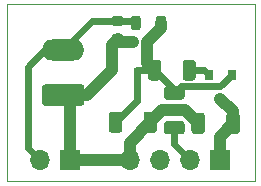
<source format=gbr>
%TF.GenerationSoftware,KiCad,Pcbnew,(5.1.8-0-10_14)*%
%TF.CreationDate,2020-11-19T20:53:49+01:00*%
%TF.ProjectId,Tank_Sender,54616e6b-5f53-4656-9e64-65722e6b6963,rev?*%
%TF.SameCoordinates,Original*%
%TF.FileFunction,Copper,L1,Top*%
%TF.FilePolarity,Positive*%
%FSLAX46Y46*%
G04 Gerber Fmt 4.6, Leading zero omitted, Abs format (unit mm)*
G04 Created by KiCad (PCBNEW (5.1.8-0-10_14)) date 2020-11-19 20:53:49*
%MOMM*%
%LPD*%
G01*
G04 APERTURE LIST*
%TA.AperFunction,Profile*%
%ADD10C,0.050000*%
%TD*%
%TA.AperFunction,SMDPad,CuDef*%
%ADD11R,0.800000X0.900000*%
%TD*%
%TA.AperFunction,ComponentPad*%
%ADD12O,3.600000X1.800000*%
%TD*%
%TA.AperFunction,ComponentPad*%
%ADD13O,1.700000X1.700000*%
%TD*%
%TA.AperFunction,ComponentPad*%
%ADD14R,1.700000X1.700000*%
%TD*%
%TA.AperFunction,SMDPad,CuDef*%
%ADD15R,0.600000X0.450000*%
%TD*%
%TA.AperFunction,Conductor*%
%ADD16C,1.000000*%
%TD*%
%TA.AperFunction,Conductor*%
%ADD17C,0.600000*%
%TD*%
G04 APERTURE END LIST*
D10*
X119000000Y-76000000D02*
X119000000Y-91000000D01*
X140000000Y-76000000D02*
X119000000Y-76000000D01*
X140000000Y-91000000D02*
X140000000Y-76000000D01*
X119000000Y-91000000D02*
X140000000Y-91000000D01*
D11*
%TO.P,U101,3*%
%TO.N,Net-(C101-Pad1)*%
X137100000Y-84000000D03*
%TO.P,U101,2*%
%TO.N,Net-(R102-Pad1)*%
X136150000Y-82000000D03*
%TO.P,U101,1*%
%TO.N,Net-(C102-Pad1)*%
X138050000Y-82000000D03*
%TD*%
%TO.P,R102,2*%
%TO.N,Net-(C102-Pad1)*%
%TA.AperFunction,SMDPad,CuDef*%
G36*
G01*
X132100000Y-80974999D02*
X132100000Y-82225001D01*
G75*
G02*
X131850001Y-82475000I-249999J0D01*
G01*
X131224999Y-82475000D01*
G75*
G02*
X130975000Y-82225001I0J249999D01*
G01*
X130975000Y-80974999D01*
G75*
G02*
X131224999Y-80725000I249999J0D01*
G01*
X131850001Y-80725000D01*
G75*
G02*
X132100000Y-80974999I0J-249999D01*
G01*
G37*
%TD.AperFunction*%
%TO.P,R102,1*%
%TO.N,Net-(R102-Pad1)*%
%TA.AperFunction,SMDPad,CuDef*%
G36*
G01*
X135025000Y-80974999D02*
X135025000Y-82225001D01*
G75*
G02*
X134775001Y-82475000I-249999J0D01*
G01*
X134149999Y-82475000D01*
G75*
G02*
X133900000Y-82225001I0J249999D01*
G01*
X133900000Y-80974999D01*
G75*
G02*
X134149999Y-80725000I249999J0D01*
G01*
X134775001Y-80725000D01*
G75*
G02*
X135025000Y-80974999I0J-249999D01*
G01*
G37*
%TD.AperFunction*%
%TD*%
%TO.P,R101,2*%
%TO.N,Net-(C102-Pad1)*%
%TA.AperFunction,SMDPad,CuDef*%
G36*
G01*
X133825001Y-84100000D02*
X132574999Y-84100000D01*
G75*
G02*
X132325000Y-83850001I0J249999D01*
G01*
X132325000Y-83224999D01*
G75*
G02*
X132574999Y-82975000I249999J0D01*
G01*
X133825001Y-82975000D01*
G75*
G02*
X134075000Y-83224999I0J-249999D01*
G01*
X134075000Y-83850001D01*
G75*
G02*
X133825001Y-84100000I-249999J0D01*
G01*
G37*
%TD.AperFunction*%
%TO.P,R101,1*%
%TO.N,Net-(J101-Pad2)*%
%TA.AperFunction,SMDPad,CuDef*%
G36*
G01*
X133825001Y-87025000D02*
X132574999Y-87025000D01*
G75*
G02*
X132325000Y-86775001I0J249999D01*
G01*
X132325000Y-86149999D01*
G75*
G02*
X132574999Y-85900000I249999J0D01*
G01*
X133825001Y-85900000D01*
G75*
G02*
X134075000Y-86149999I0J-249999D01*
G01*
X134075000Y-86775001D01*
G75*
G02*
X133825001Y-87025000I-249999J0D01*
G01*
G37*
%TD.AperFunction*%
%TD*%
D12*
%TO.P,J103,2*%
%TO.N,Net-(C104-Pad1)*%
X123800000Y-79890000D03*
%TO.P,J103,1*%
%TO.N,GND*%
%TA.AperFunction,ComponentPad*%
G36*
G01*
X125350000Y-84600000D02*
X122250000Y-84600000D01*
G75*
G02*
X122000000Y-84350000I0J250000D01*
G01*
X122000000Y-83050000D01*
G75*
G02*
X122250000Y-82800000I250000J0D01*
G01*
X125350000Y-82800000D01*
G75*
G02*
X125600000Y-83050000I0J-250000D01*
G01*
X125600000Y-84350000D01*
G75*
G02*
X125350000Y-84600000I-250000J0D01*
G01*
G37*
%TD.AperFunction*%
%TD*%
D13*
%TO.P,J102,2*%
%TO.N,Net-(C104-Pad1)*%
X121820000Y-89200000D03*
D14*
%TO.P,J102,1*%
%TO.N,GND*%
X124360000Y-89200000D03*
%TD*%
D13*
%TO.P,J101,4*%
%TO.N,GND*%
X129440000Y-89200000D03*
%TO.P,J101,3*%
%TO.N,Net-(C104-Pad1)*%
X131980000Y-89200000D03*
%TO.P,J101,2*%
%TO.N,Net-(J101-Pad2)*%
X134520000Y-89200000D03*
D14*
%TO.P,J101,1*%
%TO.N,Net-(C101-Pad1)*%
X137060000Y-89200000D03*
%TD*%
%TO.P,FB101,2*%
%TO.N,Net-(C102-Pad1)*%
%TA.AperFunction,SMDPad,CuDef*%
G36*
G01*
X131625000Y-77981250D02*
X131625000Y-77218750D01*
G75*
G02*
X131843750Y-77000000I218750J0D01*
G01*
X132281250Y-77000000D01*
G75*
G02*
X132500000Y-77218750I0J-218750D01*
G01*
X132500000Y-77981250D01*
G75*
G02*
X132281250Y-78200000I-218750J0D01*
G01*
X131843750Y-78200000D01*
G75*
G02*
X131625000Y-77981250I0J218750D01*
G01*
G37*
%TD.AperFunction*%
%TO.P,FB101,1*%
%TO.N,Net-(C104-Pad1)*%
%TA.AperFunction,SMDPad,CuDef*%
G36*
G01*
X129500000Y-77981250D02*
X129500000Y-77218750D01*
G75*
G02*
X129718750Y-77000000I218750J0D01*
G01*
X130156250Y-77000000D01*
G75*
G02*
X130375000Y-77218750I0J-218750D01*
G01*
X130375000Y-77981250D01*
G75*
G02*
X130156250Y-78200000I-218750J0D01*
G01*
X129718750Y-78200000D01*
G75*
G02*
X129500000Y-77981250I0J218750D01*
G01*
G37*
%TD.AperFunction*%
%TD*%
D15*
%TO.P,D101,2*%
%TO.N,GND*%
X127950000Y-81600000D03*
%TO.P,D101,1*%
%TO.N,Net-(C102-Pad1)*%
X130050000Y-81600000D03*
%TD*%
%TO.P,C104,2*%
%TO.N,GND*%
%TA.AperFunction,SMDPad,CuDef*%
G36*
G01*
X128150000Y-78525000D02*
X128650000Y-78525000D01*
G75*
G02*
X128875000Y-78750000I0J-225000D01*
G01*
X128875000Y-79200000D01*
G75*
G02*
X128650000Y-79425000I-225000J0D01*
G01*
X128150000Y-79425000D01*
G75*
G02*
X127925000Y-79200000I0J225000D01*
G01*
X127925000Y-78750000D01*
G75*
G02*
X128150000Y-78525000I225000J0D01*
G01*
G37*
%TD.AperFunction*%
%TO.P,C104,1*%
%TO.N,Net-(C104-Pad1)*%
%TA.AperFunction,SMDPad,CuDef*%
G36*
G01*
X128150000Y-76975000D02*
X128650000Y-76975000D01*
G75*
G02*
X128875000Y-77200000I0J-225000D01*
G01*
X128875000Y-77650000D01*
G75*
G02*
X128650000Y-77875000I-225000J0D01*
G01*
X128150000Y-77875000D01*
G75*
G02*
X127925000Y-77650000I0J225000D01*
G01*
X127925000Y-77200000D01*
G75*
G02*
X128150000Y-76975000I225000J0D01*
G01*
G37*
%TD.AperFunction*%
%TD*%
%TO.P,C103,2*%
%TO.N,GND*%
%TA.AperFunction,SMDPad,CuDef*%
G36*
G01*
X130000000Y-79030000D02*
X130000000Y-79370000D01*
G75*
G02*
X129860000Y-79510000I-140000J0D01*
G01*
X129580000Y-79510000D01*
G75*
G02*
X129440000Y-79370000I0J140000D01*
G01*
X129440000Y-79030000D01*
G75*
G02*
X129580000Y-78890000I140000J0D01*
G01*
X129860000Y-78890000D01*
G75*
G02*
X130000000Y-79030000I0J-140000D01*
G01*
G37*
%TD.AperFunction*%
%TO.P,C103,1*%
%TO.N,Net-(C102-Pad1)*%
%TA.AperFunction,SMDPad,CuDef*%
G36*
G01*
X130960000Y-79030000D02*
X130960000Y-79370000D01*
G75*
G02*
X130820000Y-79510000I-140000J0D01*
G01*
X130540000Y-79510000D01*
G75*
G02*
X130400000Y-79370000I0J140000D01*
G01*
X130400000Y-79030000D01*
G75*
G02*
X130540000Y-78890000I140000J0D01*
G01*
X130820000Y-78890000D01*
G75*
G02*
X130960000Y-79030000I0J-140000D01*
G01*
G37*
%TD.AperFunction*%
%TD*%
%TO.P,C102,2*%
%TO.N,GND*%
%TA.AperFunction,SMDPad,CuDef*%
G36*
G01*
X130600000Y-86650001D02*
X130600000Y-85349999D01*
G75*
G02*
X130849999Y-85100000I249999J0D01*
G01*
X131500001Y-85100000D01*
G75*
G02*
X131750000Y-85349999I0J-249999D01*
G01*
X131750000Y-86650001D01*
G75*
G02*
X131500001Y-86900000I-249999J0D01*
G01*
X130849999Y-86900000D01*
G75*
G02*
X130600000Y-86650001I0J249999D01*
G01*
G37*
%TD.AperFunction*%
%TO.P,C102,1*%
%TO.N,Net-(C102-Pad1)*%
%TA.AperFunction,SMDPad,CuDef*%
G36*
G01*
X127650000Y-86650001D02*
X127650000Y-85349999D01*
G75*
G02*
X127899999Y-85100000I249999J0D01*
G01*
X128550001Y-85100000D01*
G75*
G02*
X128800000Y-85349999I0J-249999D01*
G01*
X128800000Y-86650001D01*
G75*
G02*
X128550001Y-86900000I-249999J0D01*
G01*
X127899999Y-86900000D01*
G75*
G02*
X127650000Y-86650001I0J249999D01*
G01*
G37*
%TD.AperFunction*%
%TD*%
%TO.P,C101,2*%
%TO.N,GND*%
%TA.AperFunction,SMDPad,CuDef*%
G36*
G01*
X135800000Y-85449999D02*
X135800000Y-86750001D01*
G75*
G02*
X135550001Y-87000000I-249999J0D01*
G01*
X134899999Y-87000000D01*
G75*
G02*
X134650000Y-86750001I0J249999D01*
G01*
X134650000Y-85449999D01*
G75*
G02*
X134899999Y-85200000I249999J0D01*
G01*
X135550001Y-85200000D01*
G75*
G02*
X135800000Y-85449999I0J-249999D01*
G01*
G37*
%TD.AperFunction*%
%TO.P,C101,1*%
%TO.N,Net-(C101-Pad1)*%
%TA.AperFunction,SMDPad,CuDef*%
G36*
G01*
X138750000Y-85449999D02*
X138750000Y-86750001D01*
G75*
G02*
X138500001Y-87000000I-249999J0D01*
G01*
X137849999Y-87000000D01*
G75*
G02*
X137600000Y-86750001I0J249999D01*
G01*
X137600000Y-85449999D01*
G75*
G02*
X137849999Y-85200000I249999J0D01*
G01*
X138500001Y-85200000D01*
G75*
G02*
X138750000Y-85449999I0J-249999D01*
G01*
G37*
%TD.AperFunction*%
%TD*%
D16*
%TO.N,GND*%
X131175000Y-86000000D02*
X132175000Y-85000000D01*
X134125000Y-85000000D02*
X135225000Y-86100000D01*
X132175000Y-85000000D02*
X134125000Y-85000000D01*
X129440000Y-87735000D02*
X131175000Y-86000000D01*
X129440000Y-89200000D02*
X129440000Y-87735000D01*
X129440000Y-89200000D02*
X124360000Y-89200000D01*
X124360000Y-84260000D02*
X123800000Y-83700000D01*
X124360000Y-89200000D02*
X124360000Y-84260000D01*
X123800000Y-83700000D02*
X123800000Y-83575000D01*
X125850000Y-83700000D02*
X127950000Y-81600000D01*
X123800000Y-83700000D02*
X125850000Y-83700000D01*
X127950000Y-79425000D02*
X128400000Y-78975000D01*
X127950000Y-81600000D02*
X127950000Y-79425000D01*
X128400000Y-78975000D02*
X128400000Y-79100000D01*
X128500000Y-79200000D02*
X129699990Y-79200000D01*
X128400000Y-79100000D02*
X128500000Y-79200000D01*
%TO.N,Net-(C101-Pad1)*%
X137060000Y-87215000D02*
X138175000Y-86100000D01*
X137060000Y-89200000D02*
X137060000Y-87215000D01*
X138175000Y-85075000D02*
X137100000Y-84000000D01*
X138175000Y-86100000D02*
X138175000Y-85075000D01*
D17*
%TO.N,Net-(C102-Pad1)*%
X133200000Y-83262500D02*
X131537500Y-81600000D01*
X133200000Y-83537500D02*
X133200000Y-83262500D01*
X137075000Y-82975000D02*
X138050000Y-82000000D01*
X133762500Y-82975000D02*
X137075000Y-82975000D01*
X133200000Y-83537500D02*
X133762500Y-82975000D01*
X130050000Y-81600000D02*
X131537500Y-81600000D01*
X130050000Y-84175000D02*
X128225000Y-86000000D01*
X130050000Y-81600000D02*
X130050000Y-84175000D01*
D16*
X130900000Y-80962500D02*
X130900000Y-79200000D01*
X131537500Y-81600000D02*
X130900000Y-80962500D01*
X132062500Y-78037500D02*
X130900000Y-79200000D01*
X132062500Y-77600000D02*
X132062500Y-78037500D01*
D17*
%TO.N,Net-(C104-Pad1)*%
X129762500Y-77425000D02*
X129937500Y-77600000D01*
X128400000Y-77425000D02*
X129762500Y-77425000D01*
X126265000Y-77425000D02*
X123800000Y-79890000D01*
X128400000Y-77425000D02*
X126265000Y-77425000D01*
X121499990Y-88879990D02*
X121820000Y-89200000D01*
X121820000Y-89200000D02*
X120800000Y-88180000D01*
X120800000Y-88180000D02*
X120800000Y-81300000D01*
X122210000Y-79890000D02*
X123800000Y-79890000D01*
X120800000Y-81300000D02*
X122210000Y-79890000D01*
%TO.N,Net-(J101-Pad2)*%
X133200000Y-87880000D02*
X134520000Y-89200000D01*
X133200000Y-86462500D02*
X133200000Y-87880000D01*
%TO.N,Net-(R102-Pad1)*%
X135750000Y-81600000D02*
X136150000Y-82000000D01*
X134462500Y-81600000D02*
X135750000Y-81600000D01*
%TD*%
M02*

</source>
